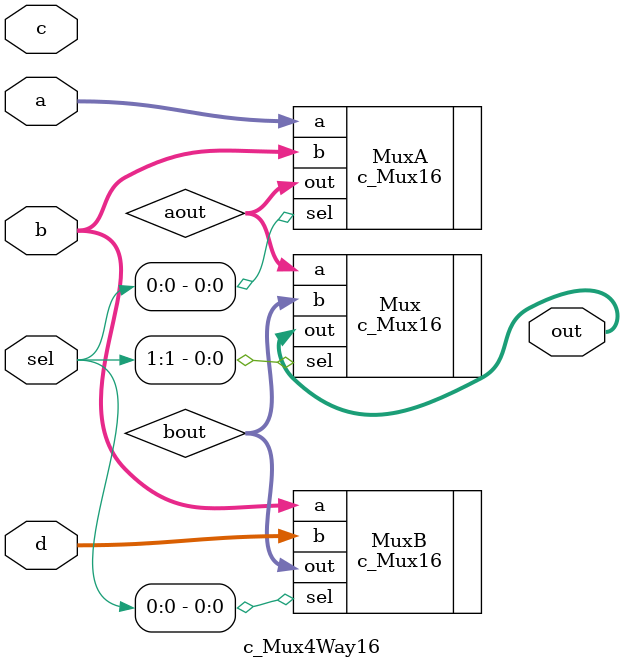
<source format=v>

module c_Mux4Way16
(
    input  [15:0] a, b, c, d,
    input  [ 1:0] sel,
    output [15:0] out
);

wire [15:0] aout, bout;

c_Mux16 MuxA ( .a(a),    .b(b),    .sel(sel[0]), .out(aout) );
c_Mux16 MuxB ( .a(b),    .b(d),    .sel(sel[0]), .out(bout) );
c_Mux16 Mux  ( .a(aout), .b(bout), .sel(sel[1]), .out(out)  );

endmodule

</source>
